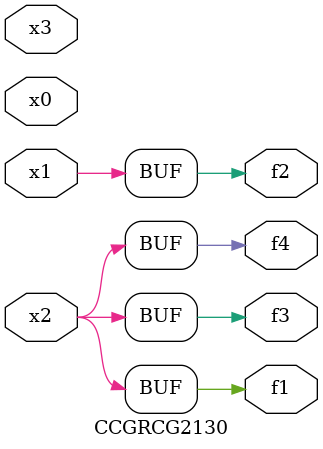
<source format=v>
module CCGRCG2130(
	input x0, x1, x2, x3,
	output f1, f2, f3, f4
);
	assign f1 = x2;
	assign f2 = x1;
	assign f3 = x2;
	assign f4 = x2;
endmodule

</source>
